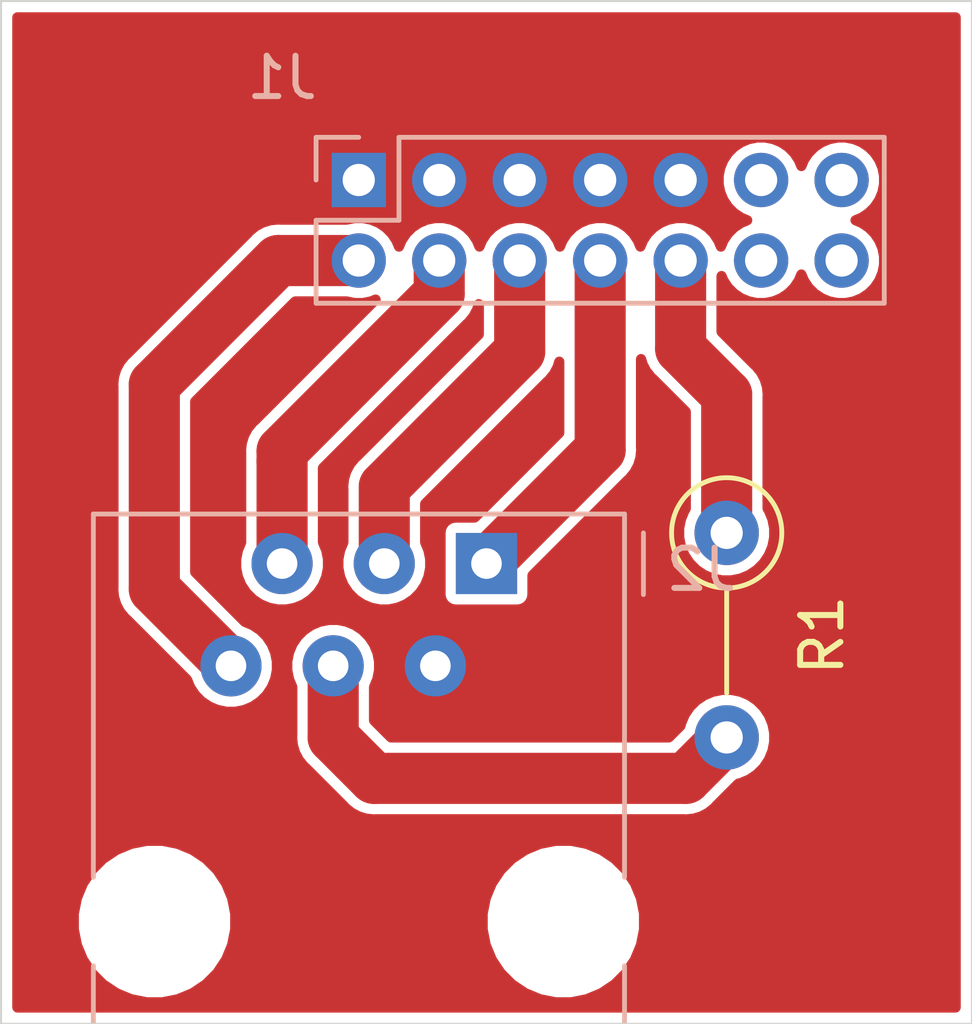
<source format=kicad_pcb>
(kicad_pcb (version 20171130) (host pcbnew "(5.1.6)-1")

  (general
    (thickness 1.6)
    (drawings 4)
    (tracks 21)
    (zones 0)
    (modules 3)
    (nets 7)
  )

  (page A4)
  (title_block
    (title McBridie2)
  )

  (layers
    (0 F.Cu signal)
    (31 B.Cu signal hide)
    (32 B.Adhes user hide)
    (33 F.Adhes user hide)
    (34 B.Paste user hide)
    (35 F.Paste user hide)
    (36 B.SilkS user)
    (37 F.SilkS user)
    (38 B.Mask user)
    (39 F.Mask user)
    (40 Dwgs.User user)
    (41 Cmts.User user)
    (42 Eco1.User user)
    (43 Eco2.User user)
    (44 Edge.Cuts user)
    (45 Margin user)
    (46 B.CrtYd user)
    (47 F.CrtYd user)
    (48 B.Fab user)
    (49 F.Fab user)
  )

  (setup
    (last_trace_width 0.25)
    (user_trace_width 0.381)
    (user_trace_width 0.508)
    (user_trace_width 1.27)
    (trace_clearance 0.2)
    (zone_clearance 0.254)
    (zone_45_only no)
    (trace_min 0.2)
    (via_size 0.8)
    (via_drill 0.4)
    (via_min_size 0.4)
    (via_min_drill 0.3)
    (uvia_size 0.3)
    (uvia_drill 0.1)
    (uvias_allowed no)
    (uvia_min_size 0.2)
    (uvia_min_drill 0.1)
    (edge_width 0.05)
    (segment_width 0.2)
    (pcb_text_width 0.3)
    (pcb_text_size 1.5 1.5)
    (mod_edge_width 0.12)
    (mod_text_size 1 1)
    (mod_text_width 0.15)
    (pad_size 1.524 1.524)
    (pad_drill 0.762)
    (pad_to_mask_clearance 0.05)
    (aux_axis_origin 0 0)
    (visible_elements 7FFFFFFF)
    (pcbplotparams
      (layerselection 0x01000_7fffffff)
      (usegerberextensions false)
      (usegerberattributes true)
      (usegerberadvancedattributes true)
      (creategerberjobfile true)
      (excludeedgelayer true)
      (linewidth 0.100000)
      (plotframeref false)
      (viasonmask false)
      (mode 1)
      (useauxorigin false)
      (hpglpennumber 1)
      (hpglpenspeed 20)
      (hpglpendiameter 15.000000)
      (psnegative false)
      (psa4output false)
      (plotreference true)
      (plotvalue true)
      (plotinvisibletext false)
      (padsonsilk false)
      (subtractmaskfromsilk false)
      (outputformat 1)
      (mirror false)
      (drillshape 0)
      (scaleselection 1)
      (outputdirectory "Production_revB/"))
  )

  (net 0 "")
  (net 1 GND)
  (net 2 /TDI)
  (net 3 /TD0)
  (net 4 /TCK)
  (net 5 /TMS)
  (net 6 +3V3)

  (net_class Default "This is the default net class."
    (clearance 0.2)
    (trace_width 0.25)
    (via_dia 0.8)
    (via_drill 0.4)
    (uvia_dia 0.3)
    (uvia_drill 0.1)
    (add_net +3V3)
    (add_net /TCK)
    (add_net /TD0)
    (add_net /TDI)
    (add_net /TMS)
    (add_net GND)
  )

  (module Resistor_THT:R_Axial_DIN0207_L6.3mm_D2.5mm_P5.08mm_Vertical (layer F.Cu) (tedit 5AE5139B) (tstamp 629804B9)
    (at 172.339 87.503 270)
    (descr "Resistor, Axial_DIN0207 series, Axial, Vertical, pin pitch=5.08mm, 0.25W = 1/4W, length*diameter=6.3*2.5mm^2, http://cdn-reichelt.de/documents/datenblatt/B400/1_4W%23YAG.pdf")
    (tags "Resistor Axial_DIN0207 series Axial Vertical pin pitch 5.08mm 0.25W = 1/4W length 6.3mm diameter 2.5mm")
    (path /629B6FE9)
    (fp_text reference R1 (at 2.54 -2.37 90) (layer F.SilkS)
      (effects (font (size 1 1) (thickness 0.15)))
    )
    (fp_text value 0hms (at 2.54 2.37 90) (layer F.Fab)
      (effects (font (size 1 1) (thickness 0.15)))
    )
    (fp_line (start 6.13 -1.5) (end -1.5 -1.5) (layer F.CrtYd) (width 0.05))
    (fp_line (start 6.13 1.5) (end 6.13 -1.5) (layer F.CrtYd) (width 0.05))
    (fp_line (start -1.5 1.5) (end 6.13 1.5) (layer F.CrtYd) (width 0.05))
    (fp_line (start -1.5 -1.5) (end -1.5 1.5) (layer F.CrtYd) (width 0.05))
    (fp_line (start 1.37 0) (end 3.98 0) (layer F.SilkS) (width 0.12))
    (fp_line (start 0 0) (end 5.08 0) (layer F.Fab) (width 0.1))
    (fp_circle (center 0 0) (end 1.37 0) (layer F.SilkS) (width 0.12))
    (fp_circle (center 0 0) (end 1.25 0) (layer F.Fab) (width 0.1))
    (fp_text user %R (at 2.54 -2.37 90) (layer F.Fab)
      (effects (font (size 1 1) (thickness 0.15)))
    )
    (pad 2 thru_hole oval (at 5.08 0 270) (size 1.6 1.6) (drill 0.8) (layers *.Cu *.Mask)
      (net 2 /TDI))
    (pad 1 thru_hole circle (at 0 0 270) (size 1.6 1.6) (drill 0.8) (layers *.Cu *.Mask)
      (net 2 /TDI))
    (model ${KISYS3DMOD}/Resistor_THT.3dshapes/R_Axial_DIN0207_L6.3mm_D2.5mm_P5.08mm_Vertical.wrl
      (at (xyz 0 0 0))
      (scale (xyz 1 1 1))
      (rotate (xyz 0 0 0))
    )
  )

  (module Connector_PinHeader_2.00mm:PinHeader_2x07_P2.00mm_Vertical (layer B.Cu) (tedit 629805CB) (tstamp 6297ADB5)
    (at 163.195 78.74 270)
    (descr "Through hole straight pin header, 2x07, 2.00mm pitch, double rows")
    (tags "Through hole pin header THT 2x07 2.00mm double row")
    (path /6299342F)
    (fp_text reference J1 (at -2.54 1.905) (layer B.SilkS)
      (effects (font (size 1 1) (thickness 0.15)) (justify mirror))
    )
    (fp_text value "JTAG conn" (at 4.445 -12.7) (layer B.Fab)
      (effects (font (size 1 1) (thickness 0.15)) (justify mirror))
    )
    (fp_line (start 3.5 1.5) (end -1.5 1.5) (layer B.CrtYd) (width 0.05))
    (fp_line (start 3.5 -13.5) (end 3.5 1.5) (layer B.CrtYd) (width 0.05))
    (fp_line (start -1.5 -13.5) (end 3.5 -13.5) (layer B.CrtYd) (width 0.05))
    (fp_line (start -1.5 1.5) (end -1.5 -13.5) (layer B.CrtYd) (width 0.05))
    (fp_line (start -1.06 1.06) (end 0 1.06) (layer B.SilkS) (width 0.12))
    (fp_line (start -1.06 0) (end -1.06 1.06) (layer B.SilkS) (width 0.12))
    (fp_line (start 1 1.06) (end 3.06 1.06) (layer B.SilkS) (width 0.12))
    (fp_line (start 1 -1) (end 1 1.06) (layer B.SilkS) (width 0.12))
    (fp_line (start -1.06 -1) (end 1 -1) (layer B.SilkS) (width 0.12))
    (fp_line (start 3.06 1.06) (end 3.06 -13.06) (layer B.SilkS) (width 0.12))
    (fp_line (start -1.06 -1) (end -1.06 -13.06) (layer B.SilkS) (width 0.12))
    (fp_line (start -1.06 -13.06) (end 3.06 -13.06) (layer B.SilkS) (width 0.12))
    (fp_line (start -1 0) (end 0 1) (layer B.Fab) (width 0.1))
    (fp_line (start -1 -13) (end -1 0) (layer B.Fab) (width 0.1))
    (fp_line (start 3 -13) (end -1 -13) (layer B.Fab) (width 0.1))
    (fp_line (start 3 1) (end 3 -13) (layer B.Fab) (width 0.1))
    (fp_line (start 0 1) (end 3 1) (layer B.Fab) (width 0.1))
    (fp_text user %R (at 4.594999 1.525001 180) (layer B.Fab)
      (effects (font (size 1 1) (thickness 0.15)) (justify mirror))
    )
    (pad 1 thru_hole rect (at 0 0 270) (size 1.35 1.35) (drill 0.8) (layers *.Cu *.Mask)
      (net 1 GND))
    (pad 14 thru_hole oval (at 2 0 270) (size 1.35 1.35) (drill 0.8) (layers *.Cu *.Mask)
      (net 6 +3V3))
    (pad 2 thru_hole oval (at 0 -2 270) (size 1.35 1.35) (drill 0.8) (layers *.Cu *.Mask)
      (net 1 GND))
    (pad 13 thru_hole oval (at 2 -2 270) (size 1.35 1.35) (drill 0.8) (layers *.Cu *.Mask)
      (net 5 /TMS))
    (pad 3 thru_hole oval (at 0 -4 270) (size 1.35 1.35) (drill 0.8) (layers *.Cu *.Mask)
      (net 1 GND))
    (pad 12 thru_hole oval (at 2 -4 270) (size 1.35 1.35) (drill 0.8) (layers *.Cu *.Mask)
      (net 4 /TCK))
    (pad 4 thru_hole oval (at 0 -6 270) (size 1.35 1.35) (drill 0.8) (layers *.Cu *.Mask)
      (net 1 GND))
    (pad 11 thru_hole oval (at 2 -6 270) (size 1.35 1.35) (drill 0.8) (layers *.Cu *.Mask)
      (net 3 /TD0))
    (pad 5 thru_hole oval (at 0 -8 270) (size 1.35 1.35) (drill 0.8) (layers *.Cu *.Mask)
      (net 1 GND))
    (pad 10 thru_hole oval (at 2 -8 270) (size 1.35 1.35) (drill 0.8) (layers *.Cu *.Mask)
      (net 2 /TDI))
    (pad 6 thru_hole oval (at 0 -10 270) (size 1.35 1.35) (drill 0.8) (layers *.Cu *.Mask))
    (pad 9 thru_hole oval (at 2 -10 270) (size 1.35 1.35) (drill 0.8) (layers *.Cu *.Mask))
    (pad 7 thru_hole oval (at 0 -12 270) (size 1.35 1.35) (drill 0.8) (layers *.Cu *.Mask))
    (pad 8 thru_hole oval (at 2 -12 270) (size 1.35 1.35) (drill 0.8) (layers *.Cu *.Mask))
    (model ${KISYS3DMOD}/Connector_PinHeader_2.00mm.3dshapes/PinHeader_2x07_P2.00mm_Vertical.wrl
      (at (xyz 0 0 0))
      (scale (xyz 1 1 1))
      (rotate (xyz 0 0 0))
    )
  )

  (module Connector_RJ:RJ12_Amphenol_54601 (layer B.Cu) (tedit 5AE2E32D) (tstamp 6297ADD7)
    (at 166.37 88.265 180)
    (descr "RJ12 connector  https://cdn.amphenol-icc.com/media/wysiwyg/files/drawing/c-bmj-0082.pdf")
    (tags "RJ12 connector")
    (path /6298012F)
    (fp_text reference J2 (at -5.335001 -0.149999) (layer B.SilkS)
      (effects (font (size 1 1) (thickness 0.15)) (justify mirror))
    )
    (fp_text value RJ11 (at 3.54 -18.3) (layer B.Fab)
      (effects (font (size 1 1) (thickness 0.15)) (justify mirror))
    )
    (fp_line (start -3.43 -16.77) (end -3.43 -0.52) (layer B.Fab) (width 0.1))
    (fp_line (start -3.43 1.23) (end 9.77 1.23) (layer B.Fab) (width 0.1))
    (fp_line (start 9.77 1.23) (end 9.77 -16.77) (layer B.Fab) (width 0.1))
    (fp_line (start 9.77 -16.77) (end -3.43 -16.77) (layer B.Fab) (width 0.1))
    (fp_line (start -4.04 1.73) (end 10.38 1.73) (layer B.CrtYd) (width 0.05))
    (fp_line (start 10.38 1.73) (end 10.38 -17.27) (layer B.CrtYd) (width 0.05))
    (fp_line (start 10.38 -17.27) (end -4.04 -17.27) (layer B.CrtYd) (width 0.05))
    (fp_line (start -4.04 -17.27) (end -4.04 1.73) (layer B.CrtYd) (width 0.05))
    (fp_line (start -3.43 1.23) (end 9.77 1.23) (layer B.SilkS) (width 0.12))
    (fp_line (start 9.77 1.23) (end 9.77 -7.79) (layer B.SilkS) (width 0.12))
    (fp_line (start 9.77 -16.65) (end 9.77 -16.77) (layer B.SilkS) (width 0.1))
    (fp_line (start 9.77 -16.77) (end 9.77 -9.99) (layer B.SilkS) (width 0.12))
    (fp_line (start 9.77 -16.76) (end 9.77 -16.77) (layer B.SilkS) (width 0.1))
    (fp_line (start 9.77 -16.77) (end -3.43 -16.77) (layer B.SilkS) (width 0.12))
    (fp_line (start -3.43 -16.77) (end -3.43 -9.99) (layer B.SilkS) (width 0.12))
    (fp_line (start -3.43 -7.72) (end -3.43 -7.79) (layer B.SilkS) (width 0.1))
    (fp_line (start -3.43 -7.79) (end -3.43 1.23) (layer B.SilkS) (width 0.12))
    (fp_line (start -3.9 -0.77) (end -3.9 0.76) (layer B.SilkS) (width 0.12))
    (fp_line (start -3.43 -0.52) (end -2.93 -0.02) (layer B.Fab) (width 0.1))
    (fp_line (start -2.93 -0.02) (end -3.43 0.48) (layer B.Fab) (width 0.1))
    (fp_line (start -3.43 0.48) (end -3.43 1.23) (layer B.Fab) (width 0.1))
    (fp_text user %R (at 3.16 -7.76 -90) (layer B.Fab)
      (effects (font (size 1 1) (thickness 0.15)) (justify mirror))
    )
    (pad "" np_thru_hole circle (at 8.25 -8.89 180) (size 3.25 3.25) (drill 3.25) (layers *.Cu *.Mask))
    (pad 6 thru_hole circle (at 6.35 -2.54 180) (size 1.52 1.52) (drill 0.76) (layers *.Cu *.Mask)
      (net 6 +3V3))
    (pad 5 thru_hole circle (at 5.08 0 180) (size 1.52 1.52) (drill 0.76) (layers *.Cu *.Mask)
      (net 5 /TMS))
    (pad 4 thru_hole circle (at 3.81 -2.54 180) (size 1.52 1.52) (drill 0.76) (layers *.Cu *.Mask)
      (net 2 /TDI))
    (pad 3 thru_hole circle (at 2.54 0 180) (size 1.52 1.52) (drill 0.76) (layers *.Cu *.Mask)
      (net 4 /TCK))
    (pad 2 thru_hole circle (at 1.27 -2.54 180) (size 1.52 1.52) (drill 0.76) (layers *.Cu *.Mask)
      (net 1 GND))
    (pad "" np_thru_hole circle (at -1.91 -8.89 180) (size 3.25 3.25) (drill 3.25) (layers *.Cu *.Mask))
    (pad 1 thru_hole rect (at 0 0 180) (size 1.52 1.52) (drill 0.76) (layers *.Cu *.Mask)
      (net 3 /TD0))
    (model ${KISYS3DMOD}/Connector_RJ.3dshapes/RJ12_Amphenol_54601.wrl
      (at (xyz 0 0 0))
      (scale (xyz 1 1 1))
      (rotate (xyz 0 0 0))
    )
  )

  (gr_line (start 154.305 99.695) (end 154.305 74.295) (layer Edge.Cuts) (width 0.05) (tstamp 62981618))
  (gr_line (start 178.435 99.695) (end 154.305 99.695) (layer Edge.Cuts) (width 0.05))
  (gr_line (start 178.435 74.295) (end 178.435 99.695) (layer Edge.Cuts) (width 0.05))
  (gr_line (start 154.305 74.295) (end 178.435 74.295) (layer Edge.Cuts) (width 0.05))

  (segment (start 171.323 93.599) (end 172.339 92.583) (width 1.27) (layer F.Cu) (net 2))
  (segment (start 163.576 93.599) (end 171.323 93.599) (width 1.27) (layer F.Cu) (net 2))
  (segment (start 162.56 90.805) (end 162.56 92.583) (width 1.27) (layer F.Cu) (net 2))
  (segment (start 162.56 92.583) (end 163.576 93.599) (width 1.27) (layer F.Cu) (net 2))
  (segment (start 172.339 87.503) (end 172.339 84.074) (width 1.27) (layer F.Cu) (net 2))
  (segment (start 171.195 82.93) (end 171.195 80.74) (width 1.27) (layer F.Cu) (net 2))
  (segment (start 172.339 84.074) (end 171.195 82.93) (width 1.27) (layer F.Cu) (net 2))
  (segment (start 166.37 88.265) (end 168.91 85.725) (width 1.27) (layer F.Cu) (net 3))
  (segment (start 169.195 85.44) (end 168.91 85.725) (width 1.27) (layer F.Cu) (net 3))
  (segment (start 169.195 80.74) (end 169.195 85.44) (width 1.27) (layer F.Cu) (net 3))
  (segment (start 167.195 80.74) (end 167.195 82.995) (width 1.27) (layer F.Cu) (net 4))
  (segment (start 163.83 86.36) (end 163.83 88.265) (width 1.27) (layer F.Cu) (net 4))
  (segment (start 167.195 82.995) (end 163.83 86.36) (width 1.27) (layer F.Cu) (net 4))
  (segment (start 161.29 85.725) (end 161.29 88.265) (width 1.27) (layer F.Cu) (net 5))
  (segment (start 165.195 80.74) (end 165.195 81.566) (width 1.27) (layer F.Cu) (net 5))
  (segment (start 161.29 85.471) (end 161.29 85.725) (width 1.27) (layer F.Cu) (net 5))
  (segment (start 165.195 81.566) (end 161.29 85.471) (width 1.27) (layer F.Cu) (net 5))
  (segment (start 163.195 80.74) (end 161.195 80.74) (width 1.27) (layer F.Cu) (net 6))
  (segment (start 161.195 80.74) (end 158.115 83.82) (width 1.27) (layer F.Cu) (net 6))
  (segment (start 158.115 88.9) (end 160.02 90.805) (width 1.27) (layer F.Cu) (net 6))
  (segment (start 158.115 83.82) (end 158.115 88.9) (width 1.27) (layer F.Cu) (net 6))

  (zone (net 1) (net_name GND) (layer F.Cu) (tstamp 6298690A) (hatch edge 0.508)
    (connect_pads yes (clearance 0.254))
    (min_thickness 0.254)
    (fill yes (arc_segments 32) (thermal_gap 0.508) (thermal_bridge_width 0.508))
    (polygon
      (pts
        (xy 178.435 99.695) (xy 154.305 99.695) (xy 154.305 74.295) (xy 178.435 74.295)
      )
    )
    (filled_polygon
      (pts
        (xy 178.029001 99.289) (xy 154.711 99.289) (xy 154.711 96.957426) (xy 156.114 96.957426) (xy 156.114 97.352574)
        (xy 156.19109 97.740129) (xy 156.342306 98.105197) (xy 156.561838 98.43375) (xy 156.84125 98.713162) (xy 157.169803 98.932694)
        (xy 157.534871 99.08391) (xy 157.922426 99.161) (xy 158.317574 99.161) (xy 158.705129 99.08391) (xy 159.070197 98.932694)
        (xy 159.39875 98.713162) (xy 159.678162 98.43375) (xy 159.897694 98.105197) (xy 160.04891 97.740129) (xy 160.126 97.352574)
        (xy 160.126 96.957426) (xy 166.274 96.957426) (xy 166.274 97.352574) (xy 166.35109 97.740129) (xy 166.502306 98.105197)
        (xy 166.721838 98.43375) (xy 167.00125 98.713162) (xy 167.329803 98.932694) (xy 167.694871 99.08391) (xy 168.082426 99.161)
        (xy 168.477574 99.161) (xy 168.865129 99.08391) (xy 169.230197 98.932694) (xy 169.55875 98.713162) (xy 169.838162 98.43375)
        (xy 170.057694 98.105197) (xy 170.20891 97.740129) (xy 170.286 97.352574) (xy 170.286 96.957426) (xy 170.20891 96.569871)
        (xy 170.057694 96.204803) (xy 169.838162 95.87625) (xy 169.55875 95.596838) (xy 169.230197 95.377306) (xy 168.865129 95.22609)
        (xy 168.477574 95.149) (xy 168.082426 95.149) (xy 167.694871 95.22609) (xy 167.329803 95.377306) (xy 167.00125 95.596838)
        (xy 166.721838 95.87625) (xy 166.502306 96.204803) (xy 166.35109 96.569871) (xy 166.274 96.957426) (xy 160.126 96.957426)
        (xy 160.04891 96.569871) (xy 159.897694 96.204803) (xy 159.678162 95.87625) (xy 159.39875 95.596838) (xy 159.070197 95.377306)
        (xy 158.705129 95.22609) (xy 158.317574 95.149) (xy 157.922426 95.149) (xy 157.534871 95.22609) (xy 157.169803 95.377306)
        (xy 156.84125 95.596838) (xy 156.561838 95.87625) (xy 156.342306 96.204803) (xy 156.19109 96.569871) (xy 156.114 96.957426)
        (xy 154.711 96.957426) (xy 154.711 83.82) (xy 157.094085 83.82) (xy 157.099 83.869902) (xy 157.099001 88.850088)
        (xy 157.094085 88.9) (xy 157.113702 89.09917) (xy 157.129508 89.151273) (xy 157.171799 89.290687) (xy 157.266141 89.46719)
        (xy 157.393105 89.621896) (xy 157.431868 89.653708) (xy 158.927707 91.149548) (xy 159.008859 91.345466) (xy 159.133727 91.532345)
        (xy 159.292655 91.691273) (xy 159.479534 91.816141) (xy 159.687183 91.902152) (xy 159.907621 91.946) (xy 160.132379 91.946)
        (xy 160.352817 91.902152) (xy 160.560466 91.816141) (xy 160.747345 91.691273) (xy 160.906273 91.532345) (xy 161.031141 91.345466)
        (xy 161.117152 91.137817) (xy 161.161 90.917379) (xy 161.161 90.692621) (xy 161.419 90.692621) (xy 161.419 90.917379)
        (xy 161.462848 91.137817) (xy 161.544 91.333736) (xy 161.544001 92.533089) (xy 161.539085 92.583) (xy 161.558702 92.78217)
        (xy 161.599259 92.915865) (xy 161.616799 92.973687) (xy 161.711141 93.15019) (xy 161.838105 93.304896) (xy 161.876868 93.336708)
        (xy 162.822292 94.282133) (xy 162.854104 94.320896) (xy 163.00881 94.44786) (xy 163.185313 94.542202) (xy 163.376829 94.600298)
        (xy 163.576 94.619915) (xy 163.625902 94.615) (xy 171.273098 94.615) (xy 171.323 94.619915) (xy 171.372902 94.615)
        (xy 171.522171 94.600298) (xy 171.713687 94.542202) (xy 171.89019 94.44786) (xy 172.044896 94.320896) (xy 172.076712 94.282128)
        (xy 172.629485 93.729355) (xy 172.683485 93.718614) (xy 172.898413 93.629588) (xy 173.091843 93.500342) (xy 173.256342 93.335843)
        (xy 173.385588 93.142413) (xy 173.474614 92.927485) (xy 173.52 92.699318) (xy 173.52 92.466682) (xy 173.474614 92.238515)
        (xy 173.385588 92.023587) (xy 173.256342 91.830157) (xy 173.091843 91.665658) (xy 172.898413 91.536412) (xy 172.683485 91.447386)
        (xy 172.455318 91.402) (xy 172.222682 91.402) (xy 171.994515 91.447386) (xy 171.779587 91.536412) (xy 171.586157 91.665658)
        (xy 171.421658 91.830157) (xy 171.292412 92.023587) (xy 171.203386 92.238515) (xy 171.192645 92.292515) (xy 170.90216 92.583)
        (xy 163.996841 92.583) (xy 163.576 92.16216) (xy 163.576 91.333735) (xy 163.657152 91.137817) (xy 163.701 90.917379)
        (xy 163.701 90.692621) (xy 163.657152 90.472183) (xy 163.571141 90.264534) (xy 163.446273 90.077655) (xy 163.287345 89.918727)
        (xy 163.100466 89.793859) (xy 162.892817 89.707848) (xy 162.672379 89.664) (xy 162.447621 89.664) (xy 162.227183 89.707848)
        (xy 162.019534 89.793859) (xy 161.832655 89.918727) (xy 161.673727 90.077655) (xy 161.548859 90.264534) (xy 161.462848 90.472183)
        (xy 161.419 90.692621) (xy 161.161 90.692621) (xy 161.117152 90.472183) (xy 161.031141 90.264534) (xy 160.906273 90.077655)
        (xy 160.747345 89.918727) (xy 160.560466 89.793859) (xy 160.364548 89.712707) (xy 159.131 88.47916) (xy 159.131 84.24084)
        (xy 161.615841 81.756) (xy 162.889897 81.756) (xy 163.090993 81.796) (xy 163.299007 81.796) (xy 163.503024 81.755419)
        (xy 163.615209 81.70895) (xy 160.606872 84.717288) (xy 160.568104 84.749104) (xy 160.44114 84.90381) (xy 160.346798 85.080314)
        (xy 160.298106 85.24083) (xy 160.288702 85.27183) (xy 160.269085 85.471) (xy 160.274 85.520902) (xy 160.274 85.675099)
        (xy 160.274001 87.736263) (xy 160.192848 87.932183) (xy 160.149 88.152621) (xy 160.149 88.377379) (xy 160.192848 88.597817)
        (xy 160.278859 88.805466) (xy 160.403727 88.992345) (xy 160.562655 89.151273) (xy 160.749534 89.276141) (xy 160.957183 89.362152)
        (xy 161.177621 89.406) (xy 161.402379 89.406) (xy 161.622817 89.362152) (xy 161.830466 89.276141) (xy 162.017345 89.151273)
        (xy 162.176273 88.992345) (xy 162.301141 88.805466) (xy 162.387152 88.597817) (xy 162.431 88.377379) (xy 162.431 88.152621)
        (xy 162.387152 87.932183) (xy 162.306 87.736265) (xy 162.306 85.89184) (xy 165.878133 82.319708) (xy 165.916896 82.287896)
        (xy 166.04386 82.13319) (xy 166.138202 81.956687) (xy 166.179 81.822192) (xy 166.179001 82.574158) (xy 163.146872 85.606288)
        (xy 163.108104 85.638104) (xy 162.98114 85.79281) (xy 162.886798 85.969314) (xy 162.865905 86.038189) (xy 162.828702 86.16083)
        (xy 162.809085 86.36) (xy 162.814 86.409902) (xy 162.814001 87.736263) (xy 162.732848 87.932183) (xy 162.689 88.152621)
        (xy 162.689 88.377379) (xy 162.732848 88.597817) (xy 162.818859 88.805466) (xy 162.943727 88.992345) (xy 163.102655 89.151273)
        (xy 163.289534 89.276141) (xy 163.497183 89.362152) (xy 163.717621 89.406) (xy 163.942379 89.406) (xy 164.162817 89.362152)
        (xy 164.370466 89.276141) (xy 164.557345 89.151273) (xy 164.716273 88.992345) (xy 164.841141 88.805466) (xy 164.927152 88.597817)
        (xy 164.971 88.377379) (xy 164.971 88.152621) (xy 164.927152 87.932183) (xy 164.846 87.736265) (xy 164.846 86.78084)
        (xy 167.878133 83.748708) (xy 167.916896 83.716896) (xy 168.04386 83.56219) (xy 168.138202 83.385687) (xy 168.179001 83.251193)
        (xy 168.179001 85.019158) (xy 166.076003 87.122157) (xy 165.61 87.122157) (xy 165.535311 87.129513) (xy 165.463492 87.151299)
        (xy 165.397304 87.186678) (xy 165.339289 87.234289) (xy 165.291678 87.292304) (xy 165.256299 87.358492) (xy 165.234513 87.430311)
        (xy 165.227157 87.505) (xy 165.227157 89.025) (xy 165.234513 89.099689) (xy 165.256299 89.171508) (xy 165.291678 89.237696)
        (xy 165.339289 89.295711) (xy 165.397304 89.343322) (xy 165.463492 89.378701) (xy 165.535311 89.400487) (xy 165.61 89.407843)
        (xy 167.13 89.407843) (xy 167.204689 89.400487) (xy 167.276508 89.378701) (xy 167.342696 89.343322) (xy 167.400711 89.295711)
        (xy 167.448322 89.237696) (xy 167.483701 89.171508) (xy 167.505487 89.099689) (xy 167.512843 89.025) (xy 167.512843 88.558997)
        (xy 169.663706 86.408135) (xy 169.663711 86.408129) (xy 169.878127 86.193713) (xy 169.916896 86.161896) (xy 170.04386 86.00719)
        (xy 170.138202 85.830687) (xy 170.196298 85.639171) (xy 170.211 85.489902) (xy 170.215915 85.44) (xy 170.211 85.390098)
        (xy 170.211 83.186194) (xy 170.251798 83.320686) (xy 170.34614 83.49719) (xy 170.473104 83.651896) (xy 170.511872 83.683712)
        (xy 171.323001 84.494842) (xy 171.323 86.897809) (xy 171.292412 86.943587) (xy 171.203386 87.158515) (xy 171.158 87.386682)
        (xy 171.158 87.619318) (xy 171.203386 87.847485) (xy 171.292412 88.062413) (xy 171.421658 88.255843) (xy 171.586157 88.420342)
        (xy 171.779587 88.549588) (xy 171.994515 88.638614) (xy 172.222682 88.684) (xy 172.455318 88.684) (xy 172.683485 88.638614)
        (xy 172.898413 88.549588) (xy 173.091843 88.420342) (xy 173.256342 88.255843) (xy 173.385588 88.062413) (xy 173.474614 87.847485)
        (xy 173.52 87.619318) (xy 173.52 87.386682) (xy 173.474614 87.158515) (xy 173.385588 86.943587) (xy 173.355 86.897809)
        (xy 173.355 84.123893) (xy 173.359914 84.073999) (xy 173.355 84.024105) (xy 173.355 84.024098) (xy 173.340298 83.874829)
        (xy 173.282202 83.683313) (xy 173.18786 83.50681) (xy 173.060896 83.352104) (xy 173.022133 83.320292) (xy 172.211 82.50916)
        (xy 172.211 81.123876) (xy 172.259185 81.240204) (xy 172.374751 81.413161) (xy 172.521839 81.560249) (xy 172.694796 81.675815)
        (xy 172.886976 81.755419) (xy 173.090993 81.796) (xy 173.299007 81.796) (xy 173.503024 81.755419) (xy 173.695204 81.675815)
        (xy 173.868161 81.560249) (xy 174.015249 81.413161) (xy 174.130815 81.240204) (xy 174.195 81.085249) (xy 174.259185 81.240204)
        (xy 174.374751 81.413161) (xy 174.521839 81.560249) (xy 174.694796 81.675815) (xy 174.886976 81.755419) (xy 175.090993 81.796)
        (xy 175.299007 81.796) (xy 175.503024 81.755419) (xy 175.695204 81.675815) (xy 175.868161 81.560249) (xy 176.015249 81.413161)
        (xy 176.130815 81.240204) (xy 176.210419 81.048024) (xy 176.251 80.844007) (xy 176.251 80.635993) (xy 176.210419 80.431976)
        (xy 176.130815 80.239796) (xy 176.015249 80.066839) (xy 175.868161 79.919751) (xy 175.695204 79.804185) (xy 175.540249 79.74)
        (xy 175.695204 79.675815) (xy 175.868161 79.560249) (xy 176.015249 79.413161) (xy 176.130815 79.240204) (xy 176.210419 79.048024)
        (xy 176.251 78.844007) (xy 176.251 78.635993) (xy 176.210419 78.431976) (xy 176.130815 78.239796) (xy 176.015249 78.066839)
        (xy 175.868161 77.919751) (xy 175.695204 77.804185) (xy 175.503024 77.724581) (xy 175.299007 77.684) (xy 175.090993 77.684)
        (xy 174.886976 77.724581) (xy 174.694796 77.804185) (xy 174.521839 77.919751) (xy 174.374751 78.066839) (xy 174.259185 78.239796)
        (xy 174.195 78.394751) (xy 174.130815 78.239796) (xy 174.015249 78.066839) (xy 173.868161 77.919751) (xy 173.695204 77.804185)
        (xy 173.503024 77.724581) (xy 173.299007 77.684) (xy 173.090993 77.684) (xy 172.886976 77.724581) (xy 172.694796 77.804185)
        (xy 172.521839 77.919751) (xy 172.374751 78.066839) (xy 172.259185 78.239796) (xy 172.179581 78.431976) (xy 172.139 78.635993)
        (xy 172.139 78.844007) (xy 172.179581 79.048024) (xy 172.259185 79.240204) (xy 172.374751 79.413161) (xy 172.521839 79.560249)
        (xy 172.694796 79.675815) (xy 172.849751 79.74) (xy 172.694796 79.804185) (xy 172.521839 79.919751) (xy 172.374751 80.066839)
        (xy 172.259185 80.239796) (xy 172.195 80.394751) (xy 172.130815 80.239796) (xy 172.015249 80.066839) (xy 171.868161 79.919751)
        (xy 171.695204 79.804185) (xy 171.503024 79.724581) (xy 171.299007 79.684) (xy 171.090993 79.684) (xy 170.886976 79.724581)
        (xy 170.694796 79.804185) (xy 170.521839 79.919751) (xy 170.374751 80.066839) (xy 170.259185 80.239796) (xy 170.195 80.394751)
        (xy 170.130815 80.239796) (xy 170.015249 80.066839) (xy 169.868161 79.919751) (xy 169.695204 79.804185) (xy 169.503024 79.724581)
        (xy 169.299007 79.684) (xy 169.090993 79.684) (xy 168.886976 79.724581) (xy 168.694796 79.804185) (xy 168.521839 79.919751)
        (xy 168.374751 80.066839) (xy 168.259185 80.239796) (xy 168.195 80.394751) (xy 168.130815 80.239796) (xy 168.015249 80.066839)
        (xy 167.868161 79.919751) (xy 167.695204 79.804185) (xy 167.503024 79.724581) (xy 167.299007 79.684) (xy 167.090993 79.684)
        (xy 166.886976 79.724581) (xy 166.694796 79.804185) (xy 166.521839 79.919751) (xy 166.374751 80.066839) (xy 166.259185 80.239796)
        (xy 166.195 80.394751) (xy 166.130815 80.239796) (xy 166.015249 80.066839) (xy 165.868161 79.919751) (xy 165.695204 79.804185)
        (xy 165.503024 79.724581) (xy 165.299007 79.684) (xy 165.090993 79.684) (xy 164.886976 79.724581) (xy 164.694796 79.804185)
        (xy 164.521839 79.919751) (xy 164.374751 80.066839) (xy 164.259185 80.239796) (xy 164.195 80.394751) (xy 164.130815 80.239796)
        (xy 164.015249 80.066839) (xy 163.868161 79.919751) (xy 163.695204 79.804185) (xy 163.503024 79.724581) (xy 163.299007 79.684)
        (xy 163.090993 79.684) (xy 162.889897 79.724) (xy 161.244902 79.724) (xy 161.195 79.719085) (xy 161.145098 79.724)
        (xy 160.995829 79.738702) (xy 160.804313 79.796798) (xy 160.62781 79.89114) (xy 160.473104 80.018104) (xy 160.441292 80.056867)
        (xy 157.431872 83.066288) (xy 157.393104 83.098104) (xy 157.26614 83.25281) (xy 157.171798 83.429314) (xy 157.116037 83.613134)
        (xy 157.113702 83.62083) (xy 157.094085 83.82) (xy 154.711 83.82) (xy 154.711 74.701) (xy 178.029 74.701)
      )
    )
  )
)

</source>
